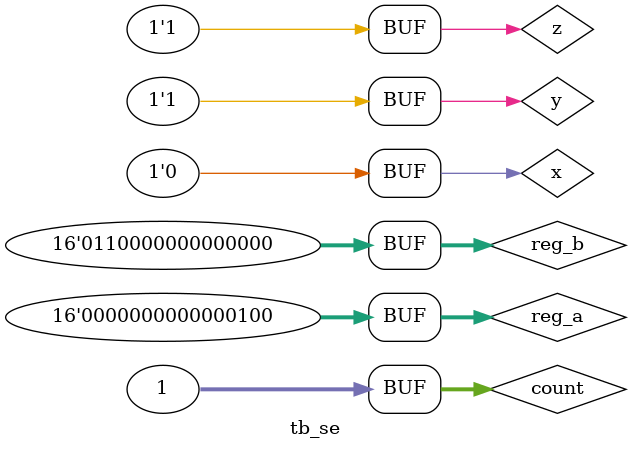
<source format=v>
`timescale 1ns / 1ps

module tb_se();

reg x, y, z;
reg [15:0] reg_a, reg_b;
integer count;

initial
begin
    x = 0; y = 1; z = 1;
    count = 0;
    reg_a = 16'b0; reg_b = reg_a;
    
    reg_a[2] <= #15 1'b1;
    reg_b[15:13] <= #10 {x, y, z};
    count <= count + 1'b1;
end

/*
// ----------------------------------------------------------------------------
// ²ÎÊý¶¨Òå
// ----------------------------------------------------------------------------
parameter CLK_PERIOD = 10;      // 100MHz Ê±ÖÓ
parameter DEPTH = 16384;        // BRAM Éî¶È

// ----------------------------------------------------------------------------
// ÐÅºÅÉùÃ÷
// ----------------------------------------------------------------------------
reg         M_AXIS_ACLK;
reg         M_AXIS_ARESETN;
reg         sys_rstn;
reg         spaxis_en;
reg         peak_value_ok;
reg  [13:0] peak_value;
wire        M_AXIS_TVALID;
wire [31:0] M_AXIS_TDATA;
wire        M_AXIS_TLAST;
reg         M_AXIS_TREADY;

// ²âÊÔ¿ØÖÆÐÅºÅ
reg  [15:0] write_counter;      // Ð´ÈëµØÖ·¼ÆÊýÆ÷
reg  [15:0] read_counter;       // ¶ÁÈ¡Êý¾Ý¼ÆÊýÆ÷
reg         test_fail;          // ²âÊÔÊ§°Ü±êÖ¾

// ----------------------------------------------------------------------------
// ÊµÀý»¯±»²âÄ£¿é (DUT)
// ----------------------------------------------------------------------------
spectrum dut (
    .M_AXIS_ACLK     (M_AXIS_ACLK),
    .M_AXIS_ARESETN  (M_AXIS_ARESETN),
    .sys_rstn        (sys_rstn),
    .spaxis_en       (spaxis_en),
    .peak_value_ok   (peak_value_ok),
    .peak_value      (peak_value),
    .M_AXIS_TVALID   (M_AXIS_TVALID),
    .M_AXIS_TDATA    (M_AXIS_TDATA),
    .M_AXIS_TLAST    (M_AXIS_TLAST),
    .M_AXIS_TREADY   (M_AXIS_TREADY)
);

// ----------------------------------------------------------------------------
// Ê±ÖÓÉú³É
// ----------------------------------------------------------------------------
initial begin
    M_AXIS_ACLK = 1'b0;
    forever #(CLK_PERIOD/2) M_AXIS_ACLK = ~M_AXIS_ACLK;
end

// ----------------------------------------------------------------------------
// Ö÷²âÊÔÂß¼­
// ----------------------------------------------------------------------------
initial begin
    // ³õÊ¼»¯ÐÅºÅ
    sys_rstn = 0;
    M_AXIS_ARESETN = 0;
    spaxis_en = 0;
    peak_value_ok = 0;
    peak_value = 0;
    M_AXIS_TREADY = 0;
    write_counter = 0;
    read_counter = 0;
    test_fail = 0;

    // ¸´Î»ÊÍ·Å
    #100;
    sys_rstn = 1;
    M_AXIS_ARESETN = 1;

    // ----------------------------
    // ½×¶Î1: ÒÀ´Î¶Ô 0~16383 µØÖ·+1
    // ----------------------------
    $display("[INFO] ¿ªÊ¼Ð´Èë²âÊÔ: 0~16383 µØÖ·ÒÀ´Î¼Ó1");
    spaxis_en = 1;  // ÆôÓÃÄ£¿é

    for (write_counter = 0; write_counter < DEPTH; write_counter = write_counter + 1) begin
        // Éú³É peak_value_ok Âö³å
        peak_value = write_counter[13:0];
        peak_value_ok = 1;
        #CLK_PERIOD;
        peak_value_ok = 0;

        // µÈ´ý×´Ì¬»úÍê³Éµ±Ç°µØÖ·²Ù×÷ (Ô¼4ÖÜÆÚ)
        #(4*CLK_PERIOD);
    end

    // ----------------------------
    // ½×¶Î2: Í£Ö¹Ð´Èë£¬Æô¶¯AXI¶ÁÈ¡
    // ----------------------------
    $display("[INFO] Ð´ÈëÍê³É£¬Æô¶¯AXI¶ÁÈ¡");
    spaxis_en = 1;          // Í£Ö¹Ð´Èë
    M_AXIS_TREADY = 1;      // ÔÊÐíAXI´«Êä

    // µÈ´ý´«ÊäÍê³É (¼ì²âTLAST)
    wait (M_AXIS_TLAST == 1);
    #CLK_PERIOD;
    M_AXIS_TREADY = 0;

    // ----------------------------
    // ½á¹û¼ì²é
    // ----------------------------
    if (test_fail)
        $display("[ERROR] ²âÊÔÊ§°Ü£¡");
    else
        $display("[PASS] ²âÊÔÍ¨¹ý£¡");
    $finish;
end

// ----------------------------------------------------------------------------
// AXIÊý¾Ý½ÓÊÕÓëÑéÖ¤
// ----------------------------------------------------------------------------
always @(posedge M_AXIS_ACLK) begin
    if (M_AXIS_ARESETN && M_AXIS_TVALID && M_AXIS_TREADY) begin
        // ¼ì²éÊý¾ÝÊÇ·ñÎª1£¨Ã¿¸öµØÖ·+1ºóµÄÖµ£©
        if (M_AXIS_TDATA !== (read_counter + 1)) begin
            $display("[ERROR] µØÖ· %0d: ÆÚÍûÖµ=1, Êµ¼ÊÖµ=%0d", read_counter, M_AXIS_TDATA);
            test_fail = 1;
        end

        // ¼ì²éTLASTÐÅºÅ
        if ((read_counter == DEPTH-1) && !M_AXIS_TLAST) begin
            $display("[ERROR] TLASTÎ´ÔÚ×îºóÒ»¸öÊý¾ÝÖÃÎ»£¡");
            test_fail = 1;
        end

        read_counter <= read_counter + 1;
    end
end
*/
endmodule
</source>
